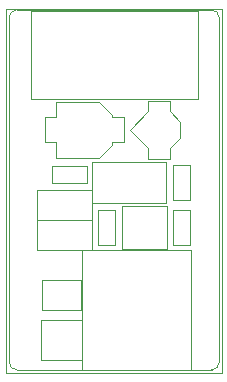
<source format=gbr>
%TF.GenerationSoftware,KiCad,Pcbnew,5.1.5+dfsg1-2~bpo10+1*%
%TF.CreationDate,Date%
%TF.ProjectId,ProMicro_ZPM,50726f4d-6963-4726-9f5f-5a504d2e6b69,v1.0*%
%TF.SameCoordinates,Original*%
%TF.FileFunction,Other,User*%
%FSLAX45Y45*%
G04 Gerber Fmt 4.5, Leading zero omitted, Abs format (unit mm)*
G04 Created by KiCad*
%MOMM*%
%LPD*%
G04 APERTURE LIST*
%ADD10C,0.100000*%
%ADD11C,0.050000*%
G04 APERTURE END LIST*
D10*
X-63500Y-127000D02*
G75*
G02X-127000Y-63500I0J63500D01*
G01*
X1651000Y-63500D02*
G75*
G02X1587500Y-127000I-63500J0D01*
G01*
X1587500Y2921000D02*
G75*
G02X1651000Y2857500I0J-63500D01*
G01*
X-127000Y2857500D02*
G75*
G02X-63500Y2921000I63500J0D01*
G01*
X-127000Y-63500D02*
X-127000Y2857500D01*
X1587500Y-127000D02*
X-63500Y-127000D01*
X1651000Y2857500D02*
X1651000Y-63500D01*
X-63500Y2921000D02*
X1587500Y2921000D01*
D11*
X843000Y2010000D02*
X748000Y2010000D01*
X843000Y1800000D02*
X843000Y2010000D01*
X748000Y1800000D02*
X843000Y1800000D01*
X748000Y2010000D02*
X748000Y2030000D01*
X748000Y1780000D02*
X748000Y1800000D01*
X748000Y1780000D02*
X633000Y1665000D01*
X748000Y2030000D02*
X633000Y2145000D01*
X633000Y1665000D02*
X268000Y1665000D01*
X633000Y2145000D02*
X268000Y2145000D01*
X268000Y2010000D02*
X268000Y2145000D01*
X173000Y2010000D02*
X268000Y2010000D01*
X173000Y1800000D02*
X173000Y2010000D01*
X268000Y1800000D02*
X173000Y1800000D01*
X268000Y1665000D02*
X268000Y1800000D01*
X577000Y1285500D02*
X1201000Y1285500D01*
X577000Y1635500D02*
X577000Y1285500D01*
X1201000Y1635500D02*
X577000Y1635500D01*
X1201000Y1285500D02*
X1201000Y1635500D01*
X1260500Y931500D02*
X1260500Y1227500D01*
X1406500Y931500D02*
X1260500Y931500D01*
X1406500Y1227500D02*
X1406500Y931500D01*
X1260500Y1227500D02*
X1406500Y1227500D01*
X482500Y383000D02*
X152500Y383000D01*
X482500Y383000D02*
X482500Y633000D01*
X152500Y633000D02*
X152500Y383000D01*
X152500Y633000D02*
X482500Y633000D01*
X1412500Y891000D02*
X492500Y891000D01*
X1412500Y-129000D02*
X1412500Y891000D01*
X492500Y-129000D02*
X1412500Y-129000D01*
X492500Y891000D02*
X492500Y-129000D01*
X771500Y1227500D02*
X771500Y931500D01*
X625500Y1227500D02*
X771500Y1227500D01*
X625500Y931500D02*
X625500Y1227500D01*
X771500Y931500D02*
X625500Y931500D01*
X142500Y297000D02*
X492500Y297000D01*
X142500Y-43000D02*
X142500Y297000D01*
X492500Y-43000D02*
X142500Y-43000D01*
X492500Y297000D02*
X492500Y-43000D01*
X1470000Y2915000D02*
X54000Y2915000D01*
X1470000Y2165000D02*
X1470000Y2915000D01*
X54000Y2165000D02*
X1470000Y2165000D01*
X54000Y2915000D02*
X54000Y2165000D01*
X826000Y899500D02*
X826000Y1259500D01*
X1206000Y899500D02*
X826000Y899500D01*
X1206000Y1259500D02*
X1206000Y899500D01*
X826000Y1259500D02*
X1206000Y1259500D01*
X1234924Y2152487D02*
X1234924Y2060563D01*
X1051076Y2152487D02*
X1234924Y2152487D01*
X1051076Y2060563D02*
X1051076Y2152487D01*
X895513Y1905000D02*
X1051076Y2060563D01*
X1051076Y1749436D02*
X895513Y1905000D01*
X1051076Y1657513D02*
X1051076Y1749436D01*
X1234924Y1657513D02*
X1051076Y1657513D01*
X1234924Y1749436D02*
X1234924Y1657513D01*
X1323312Y1837825D02*
X1234924Y1749436D01*
X1323312Y1972175D02*
X1323312Y1837825D01*
X1234924Y2060563D02*
X1323312Y1972175D01*
X233000Y1597000D02*
X529000Y1597000D01*
X233000Y1451000D02*
X233000Y1597000D01*
X529000Y1451000D02*
X233000Y1451000D01*
X529000Y1597000D02*
X529000Y1451000D01*
X1406500Y1608500D02*
X1406500Y1312500D01*
X1260500Y1608500D02*
X1406500Y1608500D01*
X1260500Y1312500D02*
X1260500Y1608500D01*
X1406500Y1312500D02*
X1260500Y1312500D01*
X572900Y1145000D02*
X112900Y1145000D01*
X572900Y1145000D02*
X572900Y1395000D01*
X112900Y1395000D02*
X112900Y1145000D01*
X112900Y1395000D02*
X572900Y1395000D01*
X112900Y1141000D02*
X572900Y1141000D01*
X112900Y1141000D02*
X112900Y891000D01*
X572900Y891000D02*
X572900Y1141000D01*
X572900Y891000D02*
X112900Y891000D01*
X1674000Y-150000D02*
X-156000Y-150000D01*
X1674000Y-150000D02*
X1674000Y2930000D01*
X-156000Y2930000D02*
X-156000Y-150000D01*
X-156000Y2930000D02*
X1674000Y2930000D01*
M02*

</source>
